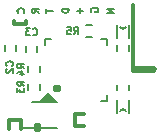
<source format=gbo>
G04 #@! TF.FileFunction,Legend,Bot*
%FSLAX46Y46*%
G04 Gerber Fmt 4.6, Leading zero omitted, Abs format (unit mm)*
G04 Created by KiCad (PCBNEW 4.0.4+e1-6308~48~ubuntu14.04.1-stable) date Sat Nov 26 19:44:48 2016*
%MOMM*%
%LPD*%
G01*
G04 APERTURE LIST*
%ADD10C,0.350000*%
%ADD11C,0.300000*%
%ADD12C,0.150000*%
%ADD13C,0.304800*%
G04 APERTURE END LIST*
D10*
D11*
X28143200Y-23317200D02*
X28143200Y-18034000D01*
X30022800Y-23469600D02*
X28143200Y-23469600D01*
X28143200Y-23622000D02*
X29972000Y-23622000D01*
X28143200Y-23317200D02*
X28143200Y-23622000D01*
X29972000Y-23317200D02*
X28143200Y-23317200D01*
X18084800Y-19354800D02*
X18084800Y-19659600D01*
X19100800Y-19659600D02*
X19100800Y-19354800D01*
X18084800Y-19659600D02*
X19100800Y-19659600D01*
X20167600Y-28194000D02*
X19913600Y-28194000D01*
X20167600Y-28600400D02*
X20167600Y-28194000D01*
X19913600Y-28600400D02*
X20167600Y-28600400D01*
X19913600Y-28194000D02*
X19913600Y-28600400D01*
X21894800Y-24942800D02*
X21590000Y-24942800D01*
X21894800Y-25247600D02*
X21894800Y-24942800D01*
X21590000Y-25247600D02*
X21894800Y-25247600D01*
X21590000Y-24942800D02*
X21590000Y-25247600D01*
X20421600Y-26111200D02*
X21031200Y-25908000D01*
X21437600Y-26111200D02*
X20421600Y-26111200D01*
X21437600Y-26111200D02*
X21437600Y-26111200D01*
X20929600Y-25603200D02*
X21437600Y-26111200D01*
X20929600Y-25603200D02*
X20421600Y-26111200D01*
D12*
X26535029Y-18319772D02*
X25935029Y-18319772D01*
X26535029Y-18662629D01*
X25935029Y-18662629D01*
X24642800Y-18597543D02*
X24614229Y-18540400D01*
X24614229Y-18454686D01*
X24642800Y-18368971D01*
X24699943Y-18311829D01*
X24757086Y-18283257D01*
X24871371Y-18254686D01*
X24957086Y-18254686D01*
X25071371Y-18283257D01*
X25128514Y-18311829D01*
X25185657Y-18368971D01*
X25214229Y-18454686D01*
X25214229Y-18511829D01*
X25185657Y-18597543D01*
X25157086Y-18626114D01*
X24957086Y-18626114D01*
X24957086Y-18511829D01*
X23664857Y-18262629D02*
X23664857Y-18719772D01*
X23893429Y-18491201D02*
X23436286Y-18491201D01*
X22725029Y-18334057D02*
X22125029Y-18334057D01*
X22125029Y-18476914D01*
X22153600Y-18562629D01*
X22210743Y-18619771D01*
X22267886Y-18648343D01*
X22382171Y-18676914D01*
X22467886Y-18676914D01*
X22582171Y-18648343D01*
X22639314Y-18619771D01*
X22696457Y-18562629D01*
X22725029Y-18476914D01*
X22725029Y-18334057D01*
X20804229Y-18319772D02*
X20804229Y-18662629D01*
X21404229Y-18491200D02*
X20804229Y-18491200D01*
X20185029Y-18676914D02*
X19899314Y-18476914D01*
X20185029Y-18334057D02*
X19585029Y-18334057D01*
X19585029Y-18562629D01*
X19613600Y-18619771D01*
X19642171Y-18648343D01*
X19699314Y-18676914D01*
X19785029Y-18676914D01*
X19842171Y-18648343D01*
X19870743Y-18619771D01*
X19899314Y-18562629D01*
X19899314Y-18334057D01*
X18908686Y-18676914D02*
X18937257Y-18648343D01*
X18965829Y-18562629D01*
X18965829Y-18505486D01*
X18937257Y-18419771D01*
X18880114Y-18362629D01*
X18822971Y-18334057D01*
X18708686Y-18305486D01*
X18622971Y-18305486D01*
X18508686Y-18334057D01*
X18451543Y-18362629D01*
X18394400Y-18419771D01*
X18365829Y-18505486D01*
X18365829Y-18562629D01*
X18394400Y-18648343D01*
X18422971Y-18676914D01*
D13*
X17634800Y-27736800D02*
X17634800Y-28498800D01*
X18650800Y-27736800D02*
X17634800Y-27736800D01*
X18650800Y-27736800D02*
X18650800Y-28498800D01*
X23222800Y-27228800D02*
X23984800Y-27228800D01*
X23222800Y-28244800D02*
X23222800Y-27228800D01*
X23222800Y-28244800D02*
X23984800Y-28244800D01*
D12*
X24703000Y-20718000D02*
X24203000Y-20718000D01*
X24203000Y-19668000D02*
X24703000Y-19668000D01*
X27825000Y-24750000D02*
X27825000Y-25250000D01*
X26775000Y-25250000D02*
X26775000Y-24750000D01*
X27305000Y-20082600D02*
X27055000Y-19882600D01*
X27555000Y-19882600D02*
X27305000Y-20082600D01*
X27830000Y-19732600D02*
X27830000Y-20782600D01*
X26780000Y-19732600D02*
X26780000Y-20782600D01*
X18255000Y-21399600D02*
X18255000Y-21899600D01*
X17305000Y-21899600D02*
X17305000Y-21399600D01*
X20065000Y-21500000D02*
X20065000Y-22000000D01*
X19115000Y-22000000D02*
X19115000Y-21500000D01*
X27300000Y-26800000D02*
X27550000Y-27000000D01*
X27050000Y-27000000D02*
X27300000Y-26800000D01*
X26775000Y-27150000D02*
X26775000Y-26100000D01*
X27825000Y-27150000D02*
X27825000Y-26100000D01*
X27825000Y-21400000D02*
X27825000Y-21900000D01*
X26775000Y-21900000D02*
X26775000Y-21400000D01*
X20311600Y-24711000D02*
X20311600Y-25211000D01*
X19261600Y-25211000D02*
X19261600Y-24711000D01*
X19261600Y-23701400D02*
X19261600Y-23201400D01*
X20311600Y-23201400D02*
X20311600Y-23701400D01*
X25967600Y-26145400D02*
X25967600Y-25620400D01*
X20717600Y-20895400D02*
X20717600Y-21420400D01*
X25967600Y-20895400D02*
X25967600Y-21420400D01*
X20717600Y-26145400D02*
X21242600Y-26145400D01*
X20717600Y-20895400D02*
X21242600Y-20895400D01*
X25967600Y-20895400D02*
X25442600Y-20895400D01*
X25967600Y-26145400D02*
X25442600Y-26145400D01*
X19600600Y-26205400D02*
X21750600Y-26205400D01*
X18775600Y-28455400D02*
X21750600Y-28455400D01*
X23163200Y-20489829D02*
X23363200Y-20204114D01*
X23506057Y-20489829D02*
X23506057Y-19889829D01*
X23277485Y-19889829D01*
X23220343Y-19918400D01*
X23191771Y-19946971D01*
X23163200Y-20004114D01*
X23163200Y-20089829D01*
X23191771Y-20146971D01*
X23220343Y-20175543D01*
X23277485Y-20204114D01*
X23506057Y-20204114D01*
X22620343Y-19889829D02*
X22906057Y-19889829D01*
X22934628Y-20175543D01*
X22906057Y-20146971D01*
X22848914Y-20118400D01*
X22706057Y-20118400D01*
X22648914Y-20146971D01*
X22620343Y-20175543D01*
X22591771Y-20232686D01*
X22591771Y-20375543D01*
X22620343Y-20432686D01*
X22648914Y-20461257D01*
X22706057Y-20489829D01*
X22848914Y-20489829D01*
X22906057Y-20461257D01*
X22934628Y-20432686D01*
X17943486Y-23166400D02*
X17972057Y-23137829D01*
X18000629Y-23052115D01*
X18000629Y-22994972D01*
X17972057Y-22909257D01*
X17914914Y-22852115D01*
X17857771Y-22823543D01*
X17743486Y-22794972D01*
X17657771Y-22794972D01*
X17543486Y-22823543D01*
X17486343Y-22852115D01*
X17429200Y-22909257D01*
X17400629Y-22994972D01*
X17400629Y-23052115D01*
X17429200Y-23137829D01*
X17457771Y-23166400D01*
X17457771Y-23394972D02*
X17429200Y-23423543D01*
X17400629Y-23480686D01*
X17400629Y-23623543D01*
X17429200Y-23680686D01*
X17457771Y-23709257D01*
X17514914Y-23737829D01*
X17572057Y-23737829D01*
X17657771Y-23709257D01*
X18000629Y-23366400D01*
X18000629Y-23737829D01*
X19658000Y-20534286D02*
X19686571Y-20562857D01*
X19772285Y-20591429D01*
X19829428Y-20591429D01*
X19915143Y-20562857D01*
X19972285Y-20505714D01*
X20000857Y-20448571D01*
X20029428Y-20334286D01*
X20029428Y-20248571D01*
X20000857Y-20134286D01*
X19972285Y-20077143D01*
X19915143Y-20020000D01*
X19829428Y-19991429D01*
X19772285Y-19991429D01*
X19686571Y-20020000D01*
X19658000Y-20048571D01*
X19458000Y-19991429D02*
X19086571Y-19991429D01*
X19286571Y-20220000D01*
X19200857Y-20220000D01*
X19143714Y-20248571D01*
X19115143Y-20277143D01*
X19086571Y-20334286D01*
X19086571Y-20477143D01*
X19115143Y-20534286D01*
X19143714Y-20562857D01*
X19200857Y-20591429D01*
X19372285Y-20591429D01*
X19429428Y-20562857D01*
X19458000Y-20534286D01*
X18965829Y-24842800D02*
X18680114Y-24642800D01*
X18965829Y-24499943D02*
X18365829Y-24499943D01*
X18365829Y-24728515D01*
X18394400Y-24785657D01*
X18422971Y-24814229D01*
X18480114Y-24842800D01*
X18565829Y-24842800D01*
X18622971Y-24814229D01*
X18651543Y-24785657D01*
X18680114Y-24728515D01*
X18680114Y-24499943D01*
X18365829Y-25042800D02*
X18365829Y-25414229D01*
X18594400Y-25214229D01*
X18594400Y-25299943D01*
X18622971Y-25357086D01*
X18651543Y-25385657D01*
X18708686Y-25414229D01*
X18851543Y-25414229D01*
X18908686Y-25385657D01*
X18937257Y-25357086D01*
X18965829Y-25299943D01*
X18965829Y-25128515D01*
X18937257Y-25071372D01*
X18908686Y-25042800D01*
X18965829Y-23369600D02*
X18680114Y-23169600D01*
X18965829Y-23026743D02*
X18365829Y-23026743D01*
X18365829Y-23255315D01*
X18394400Y-23312457D01*
X18422971Y-23341029D01*
X18480114Y-23369600D01*
X18565829Y-23369600D01*
X18622971Y-23341029D01*
X18651543Y-23312457D01*
X18680114Y-23255315D01*
X18680114Y-23026743D01*
X18565829Y-23883886D02*
X18965829Y-23883886D01*
X18337257Y-23741029D02*
X18765829Y-23598172D01*
X18765829Y-23969600D01*
M02*

</source>
